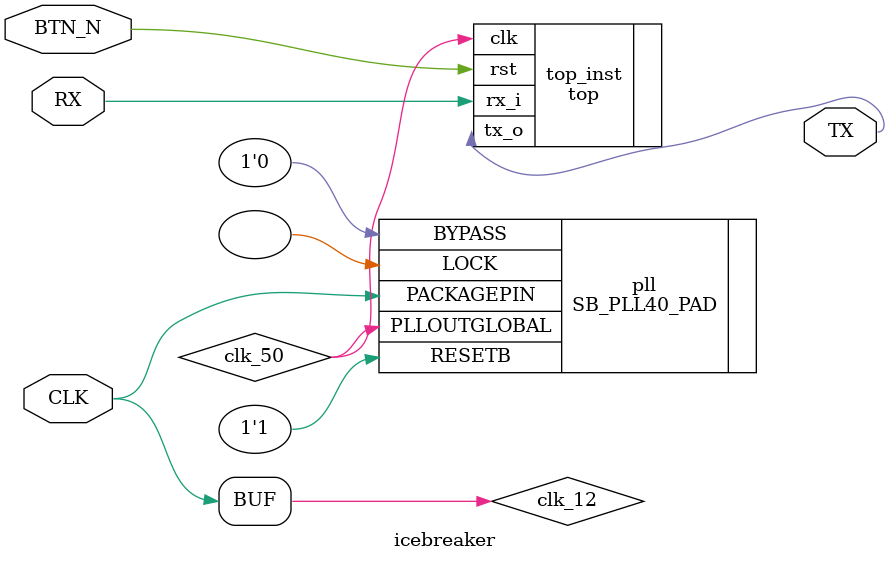
<source format=v>

module icebreaker (
    input wire CLK,
    input wire BTN_N,
    input wire RX,
    output wire TX
);

wire clk_12 = CLK;
wire clk_25;

// icepll -i 12 -o 25
SB_PLL40_PAD #(
    .FEEDBACK_PATH("SIMPLE"),
    .DIVR(4'd0),
    .DIVF(7'd66),
    .DIVQ(3'd4),
    .FILTER_RANGE(3'd1)
) pll (
    .LOCK(),
    .RESETB(1'b1),
    .BYPASS(1'b0),
    .PACKAGEPIN(clk_12),
    .PLLOUTGLOBAL(clk_50)
);


top top_inst (.clk(clk_50), .rst(BTN_N), .rx_i(RX), .tx_o(TX));

endmodule

</source>
